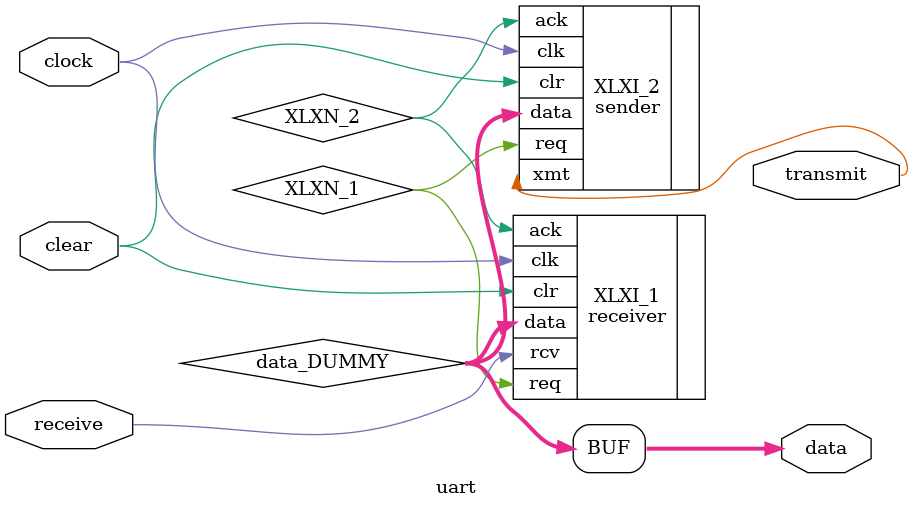
<source format=v>
`timescale 1ns / 1ps

module uart(clear, 
            clock, 
            receive, 
            data, 
            transmit);

    input clear;
    input clock;
    input receive;
   output [7:0] data;
   output transmit;
   
   wire XLXN_1;
   wire XLXN_2;
   wire [7:0] data_DUMMY;
   
   assign data[7:0] = data_DUMMY[7:0];
   receiver XLXI_1 (.ack(XLXN_2), 
                    .clk(clock), 
                    .clr(clear), 
                    .rcv(receive), 
                    .data(data_DUMMY[7:0]), 
                    .req(XLXN_1));
   sender XLXI_2 (.clk(clock), 
                  .clr(clear), 
                  .data(data_DUMMY[7:0]), 
                  .req(XLXN_1), 
                  .ack(XLXN_2), 
                  .xmt(transmit));
endmodule

</source>
